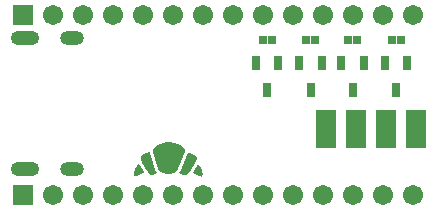
<source format=gbs>
G04*
G04 #@! TF.GenerationSoftware,Altium Limited,Altium Designer,21.0.8 (223)*
G04*
G04 Layer_Color=16711935*
%FSLAX25Y25*%
%MOIN*%
G70*
G04*
G04 #@! TF.SameCoordinates,8808BF78-C309-42CA-8E72-27723A8412DA*
G04*
G04*
G04 #@! TF.FilePolarity,Negative*
G04*
G01*
G75*
%ADD34R,0.02769X0.02572*%
%ADD50C,0.06706*%
%ADD51R,0.06706X0.06706*%
%ADD52O,0.09461X0.04737*%
%ADD53O,0.07887X0.04737*%
%ADD68R,0.06706X0.12611*%
%ADD69R,0.03162X0.04934*%
G36*
X54038Y22557D02*
X54624D01*
Y22508D01*
X54869D01*
Y22459D01*
X55162D01*
Y22410D01*
X55308D01*
Y22361D01*
X55553D01*
Y22312D01*
X55699D01*
Y22263D01*
X55895D01*
Y22215D01*
X56041D01*
Y22166D01*
X56188D01*
Y22117D01*
X56335D01*
Y22068D01*
X56432D01*
Y22019D01*
X56579D01*
Y21970D01*
X56726D01*
Y21921D01*
X56823D01*
Y21872D01*
X56921D01*
Y21824D01*
X57019D01*
Y21775D01*
X57117D01*
Y21726D01*
X57214D01*
Y21677D01*
X57312D01*
Y21628D01*
X57410D01*
Y21579D01*
X57508D01*
Y21530D01*
X57605D01*
Y21481D01*
X57654D01*
Y21432D01*
X57752D01*
Y21384D01*
X57850D01*
Y21335D01*
X57899D01*
Y21286D01*
X57996D01*
Y21237D01*
X58045D01*
Y21188D01*
X58143D01*
Y21139D01*
X58192D01*
Y21090D01*
X58241D01*
Y21042D01*
X58338D01*
Y20993D01*
X58387D01*
Y20944D01*
X58436D01*
Y20895D01*
X58485D01*
Y20846D01*
X58534D01*
Y20797D01*
X58583D01*
Y20748D01*
X58632D01*
Y20699D01*
X58681D01*
Y20651D01*
X58729D01*
Y20602D01*
X58778D01*
Y20553D01*
X58827D01*
Y20504D01*
Y20455D01*
X58876D01*
Y20406D01*
X58925D01*
Y20357D01*
Y20308D01*
X58974D01*
Y20259D01*
Y20211D01*
X59023D01*
Y20162D01*
Y20113D01*
Y20064D01*
X59071D01*
Y20015D01*
Y19966D01*
Y19917D01*
Y19869D01*
Y19820D01*
Y19771D01*
Y19722D01*
Y19673D01*
Y19624D01*
Y19575D01*
Y19526D01*
Y19478D01*
X59023D01*
Y19429D01*
Y19380D01*
Y19331D01*
X58974D01*
Y19282D01*
Y19233D01*
Y19184D01*
Y19136D01*
X58925D01*
Y19087D01*
Y19038D01*
Y18989D01*
X58876D01*
Y18940D01*
Y18891D01*
X58827D01*
Y18842D01*
Y18793D01*
Y18744D01*
X58778D01*
Y18696D01*
Y18647D01*
X58729D01*
Y18598D01*
Y18549D01*
Y18500D01*
X58681D01*
Y18451D01*
Y18402D01*
X58632D01*
Y18353D01*
Y18305D01*
Y18256D01*
X58583D01*
Y18207D01*
Y18158D01*
Y18109D01*
X58534D01*
Y18060D01*
Y18011D01*
X58485D01*
Y17963D01*
Y17914D01*
Y17865D01*
X58436D01*
Y17816D01*
Y17767D01*
X58387D01*
Y17718D01*
Y17669D01*
X58338D01*
Y17620D01*
Y17571D01*
Y17523D01*
X58290D01*
Y17474D01*
Y17425D01*
X58241D01*
Y17376D01*
Y17327D01*
Y17278D01*
X58192D01*
Y17229D01*
Y17180D01*
X58143D01*
Y17132D01*
Y17083D01*
Y17034D01*
X58094D01*
Y16985D01*
Y16936D01*
X58045D01*
Y16887D01*
Y16838D01*
Y16790D01*
X57996D01*
Y16741D01*
Y16692D01*
X57947D01*
Y16643D01*
Y16594D01*
Y16545D01*
X57899D01*
Y16496D01*
Y16447D01*
X57850D01*
Y16399D01*
Y16350D01*
X57801D01*
Y16301D01*
Y16252D01*
Y16203D01*
X57752D01*
Y16154D01*
Y16105D01*
Y16057D01*
X57703D01*
Y16008D01*
Y15959D01*
X57654D01*
Y15910D01*
Y15861D01*
Y15812D01*
X57605D01*
Y15763D01*
Y15714D01*
X57556D01*
Y15665D01*
Y15617D01*
Y15568D01*
X57508D01*
Y15519D01*
Y15470D01*
X57459D01*
Y15421D01*
Y15372D01*
Y15323D01*
X57410D01*
Y15274D01*
Y15226D01*
X57361D01*
Y15177D01*
Y15128D01*
Y15079D01*
X57312D01*
Y15030D01*
Y14981D01*
X57263D01*
Y14932D01*
Y14884D01*
X57214D01*
Y14835D01*
Y14786D01*
Y14737D01*
X57165D01*
Y14688D01*
Y14639D01*
Y14590D01*
X57117D01*
Y14541D01*
Y14492D01*
X57068D01*
Y14444D01*
Y14395D01*
Y14346D01*
X57019D01*
Y14297D01*
Y14248D01*
X56970D01*
Y14199D01*
Y14150D01*
X56921D01*
Y14102D01*
Y14053D01*
X56872D01*
Y14004D01*
Y13955D01*
Y13906D01*
X56823D01*
Y13857D01*
Y13808D01*
X56774D01*
Y13759D01*
Y13711D01*
X56726D01*
Y13662D01*
Y13613D01*
X56677D01*
Y13564D01*
Y13515D01*
X56628D01*
Y13466D01*
X56579D01*
Y13417D01*
Y13368D01*
X56530D01*
Y13320D01*
Y13271D01*
X56481D01*
Y13222D01*
X56432D01*
Y13173D01*
Y13124D01*
X56384D01*
Y13075D01*
X56335D01*
Y13026D01*
X56286D01*
Y12978D01*
X56237D01*
Y12929D01*
X56188D01*
Y12880D01*
X56139D01*
Y12831D01*
X56090D01*
Y12782D01*
X56041D01*
Y12733D01*
X55993D01*
Y12684D01*
X55944D01*
Y12635D01*
X55895D01*
Y12586D01*
X55797D01*
Y12538D01*
X55699D01*
Y12489D01*
X55650D01*
Y12440D01*
X55553D01*
Y12391D01*
X55455D01*
Y12342D01*
X55357D01*
Y12293D01*
X55211D01*
Y12244D01*
X55064D01*
Y12195D01*
X54966D01*
Y12147D01*
X54771D01*
Y12098D01*
X54575D01*
Y12049D01*
X54282D01*
Y12000D01*
X53647D01*
Y11951D01*
X53500D01*
Y12000D01*
X52816D01*
Y12049D01*
X52474D01*
Y12098D01*
X52327D01*
Y12147D01*
X52083D01*
Y12195D01*
X51936D01*
Y12244D01*
X51789D01*
Y12293D01*
X51643D01*
Y12342D01*
X51496D01*
Y12391D01*
X51398D01*
Y12440D01*
X51301D01*
Y12489D01*
X51203D01*
Y12538D01*
X51105D01*
Y12586D01*
X51007D01*
Y12635D01*
X50910D01*
Y12684D01*
X50861D01*
Y12733D01*
X50812D01*
Y12782D01*
X50714D01*
Y12831D01*
X50665D01*
Y12880D01*
X50617D01*
Y12929D01*
X50568D01*
Y12978D01*
X50519D01*
Y13026D01*
Y13075D01*
X50470D01*
Y13124D01*
X50421D01*
Y13173D01*
X50372D01*
Y13222D01*
Y13271D01*
X50323D01*
Y13320D01*
Y13368D01*
X50274D01*
Y13417D01*
Y13466D01*
X50226D01*
Y13515D01*
Y13564D01*
X50177D01*
Y13613D01*
Y13662D01*
X50128D01*
Y13711D01*
Y13759D01*
Y13808D01*
X50079D01*
Y13857D01*
Y13906D01*
X50030D01*
Y13955D01*
Y14004D01*
Y14053D01*
X49981D01*
Y14102D01*
Y14150D01*
Y14199D01*
Y14248D01*
X49932D01*
Y14297D01*
Y14346D01*
Y14395D01*
X49883D01*
Y14444D01*
Y14492D01*
Y14541D01*
X49834D01*
Y14590D01*
Y14639D01*
Y14688D01*
X49786D01*
Y14737D01*
Y14786D01*
Y14835D01*
X49737D01*
Y14884D01*
Y14932D01*
Y14981D01*
X49688D01*
Y15030D01*
Y15079D01*
Y15128D01*
Y15177D01*
X49639D01*
Y15226D01*
Y15274D01*
Y15323D01*
X49590D01*
Y15372D01*
Y15421D01*
Y15470D01*
X49541D01*
Y15519D01*
Y15568D01*
Y15617D01*
Y15665D01*
X49492D01*
Y15714D01*
Y15763D01*
Y15812D01*
X49444D01*
Y15861D01*
Y15910D01*
Y15959D01*
X49395D01*
Y16008D01*
Y16057D01*
Y16105D01*
X49346D01*
Y16154D01*
Y16203D01*
Y16252D01*
X49297D01*
Y16301D01*
Y16350D01*
Y16399D01*
X49248D01*
Y16447D01*
Y16496D01*
Y16545D01*
Y16594D01*
X49199D01*
Y16643D01*
Y16692D01*
Y16741D01*
X49150D01*
Y16790D01*
Y16838D01*
Y16887D01*
X49101D01*
Y16936D01*
Y16985D01*
Y17034D01*
X49053D01*
Y17083D01*
Y17132D01*
Y17180D01*
X49004D01*
Y17229D01*
Y17278D01*
Y17327D01*
X48955D01*
Y17376D01*
Y17425D01*
Y17474D01*
Y17523D01*
X48906D01*
Y17571D01*
Y17620D01*
Y17669D01*
X48857D01*
Y17718D01*
Y17767D01*
Y17816D01*
X48808D01*
Y17865D01*
Y17914D01*
Y17963D01*
X48759D01*
Y18011D01*
Y18060D01*
Y18109D01*
X48710D01*
Y18158D01*
Y18207D01*
Y18256D01*
X48662D01*
Y18305D01*
Y18353D01*
Y18402D01*
Y18451D01*
X48613D01*
Y18500D01*
Y18549D01*
Y18598D01*
X48564D01*
Y18647D01*
Y18696D01*
Y18744D01*
X48515D01*
Y18793D01*
Y18842D01*
Y18891D01*
X48466D01*
Y18940D01*
Y18989D01*
X48417D01*
Y19038D01*
Y19087D01*
Y19136D01*
Y19184D01*
X48368D01*
Y19233D01*
Y19282D01*
Y19331D01*
Y19380D01*
X48320D01*
Y19429D01*
Y19478D01*
Y19526D01*
Y19575D01*
Y19624D01*
Y19673D01*
Y19722D01*
Y19771D01*
Y19820D01*
X48368D01*
Y19869D01*
Y19917D01*
Y19966D01*
Y20015D01*
X48417D01*
Y20064D01*
Y20113D01*
X48466D01*
Y20162D01*
Y20211D01*
X48515D01*
Y20259D01*
X48564D01*
Y20308D01*
Y20357D01*
X48613D01*
Y20406D01*
X48662D01*
Y20455D01*
X48710D01*
Y20504D01*
Y20553D01*
X48759D01*
Y20602D01*
X48808D01*
Y20651D01*
X48857D01*
Y20699D01*
X48906D01*
Y20748D01*
X48955D01*
Y20797D01*
X49053D01*
Y20846D01*
X49101D01*
Y20895D01*
X49150D01*
Y20944D01*
X49199D01*
Y20993D01*
X49248D01*
Y21042D01*
X49346D01*
Y21090D01*
X49395D01*
Y21139D01*
X49444D01*
Y21188D01*
X49541D01*
Y21237D01*
X49590D01*
Y21286D01*
X49688D01*
Y21335D01*
X49737D01*
Y21384D01*
X49834D01*
Y21432D01*
X49883D01*
Y21481D01*
X49981D01*
Y21530D01*
X50079D01*
Y21579D01*
X50128D01*
Y21628D01*
X50226D01*
Y21677D01*
X50323D01*
Y21726D01*
X50421D01*
Y21775D01*
X50519D01*
Y21824D01*
X50617D01*
Y21872D01*
X50714D01*
Y21921D01*
X50812D01*
Y21970D01*
X50959D01*
Y22019D01*
X51056D01*
Y22068D01*
X51154D01*
Y22117D01*
X51301D01*
Y22166D01*
X51447D01*
Y22215D01*
X51594D01*
Y22263D01*
X51741D01*
Y22312D01*
X51887D01*
Y22361D01*
X52132D01*
Y22410D01*
X52278D01*
Y22459D01*
X52571D01*
Y22508D01*
X52767D01*
Y22557D01*
X53353D01*
Y22605D01*
X54038D01*
Y22557D01*
D02*
G37*
G36*
X47293Y19331D02*
Y19282D01*
Y19233D01*
X47342D01*
Y19184D01*
Y19136D01*
Y19087D01*
Y19038D01*
X47391D01*
Y18989D01*
Y18940D01*
Y18891D01*
Y18842D01*
X47440D01*
Y18793D01*
Y18744D01*
Y18696D01*
X47489D01*
Y18647D01*
Y18598D01*
Y18549D01*
X47537D01*
Y18500D01*
Y18451D01*
Y18402D01*
X47586D01*
Y18353D01*
Y18305D01*
Y18256D01*
X47635D01*
Y18207D01*
Y18158D01*
Y18109D01*
X47684D01*
Y18060D01*
Y18011D01*
Y17963D01*
X47733D01*
Y17914D01*
Y17865D01*
Y17816D01*
Y17767D01*
X47782D01*
Y17718D01*
Y17669D01*
Y17620D01*
X47831D01*
Y17571D01*
Y17523D01*
Y17474D01*
X47880D01*
Y17425D01*
Y17376D01*
Y17327D01*
X47929D01*
Y17278D01*
Y17229D01*
Y17180D01*
X47977D01*
Y17132D01*
Y17083D01*
Y17034D01*
Y16985D01*
X48026D01*
Y16936D01*
Y16887D01*
X48075D01*
Y16838D01*
Y16790D01*
Y16741D01*
Y16692D01*
X48124D01*
Y16643D01*
Y16594D01*
Y16545D01*
X48173D01*
Y16496D01*
Y16447D01*
Y16399D01*
X48222D01*
Y16350D01*
Y16301D01*
Y16252D01*
Y16203D01*
X48271D01*
Y16154D01*
Y16105D01*
X48320D01*
Y16057D01*
Y16008D01*
Y15959D01*
Y15910D01*
X48368D01*
Y15861D01*
Y15812D01*
Y15763D01*
X48417D01*
Y15714D01*
Y15665D01*
Y15617D01*
X48466D01*
Y15568D01*
Y15519D01*
Y15470D01*
Y15421D01*
X48515D01*
Y15372D01*
Y15323D01*
X48564D01*
Y15274D01*
Y15226D01*
Y15177D01*
Y15128D01*
X48613D01*
Y15079D01*
Y15030D01*
X48662D01*
Y14981D01*
Y14932D01*
Y14884D01*
Y14835D01*
X48710D01*
Y14786D01*
Y14737D01*
Y14688D01*
X48759D01*
Y14639D01*
Y14590D01*
Y14541D01*
X48808D01*
Y14492D01*
Y14444D01*
Y14395D01*
Y14346D01*
X48857D01*
Y14297D01*
Y14248D01*
X48906D01*
Y14199D01*
Y14150D01*
Y14102D01*
Y14053D01*
X48955D01*
Y14004D01*
Y13955D01*
Y13906D01*
X49004D01*
Y13857D01*
Y13808D01*
Y13759D01*
X49053D01*
Y13711D01*
Y13662D01*
Y13613D01*
X49101D01*
Y13564D01*
Y13515D01*
Y13466D01*
X49150D01*
Y13417D01*
Y13368D01*
Y13320D01*
X49199D01*
Y13271D01*
Y13222D01*
X49248D01*
Y13173D01*
Y13124D01*
X49297D01*
Y13075D01*
Y13026D01*
X49346D01*
Y12978D01*
Y12929D01*
X49395D01*
Y12880D01*
Y12831D01*
X49444D01*
Y12782D01*
Y12733D01*
X49492D01*
Y12684D01*
Y12635D01*
X49541D01*
Y12586D01*
X49590D01*
Y12538D01*
X49639D01*
Y12489D01*
Y12440D01*
X49688D01*
Y12391D01*
X49737D01*
Y12342D01*
X49786D01*
Y12293D01*
X49834D01*
Y12244D01*
X49737D01*
Y12195D01*
X49639D01*
Y12147D01*
X49492D01*
Y12098D01*
X49395D01*
Y12049D01*
X49297D01*
Y12000D01*
X49150D01*
Y11951D01*
X49053D01*
Y11902D01*
X48906D01*
Y11853D01*
X48808D01*
Y11805D01*
X48662D01*
Y11756D01*
X48515D01*
Y11707D01*
X48320D01*
Y11658D01*
X47684D01*
Y11707D01*
X47586D01*
Y11756D01*
X47489D01*
Y11805D01*
X47440D01*
Y11853D01*
X47391D01*
Y11902D01*
X47293D01*
Y11951D01*
X47244D01*
Y12000D01*
X47195D01*
Y12049D01*
X47146D01*
Y12098D01*
X47098D01*
Y12147D01*
Y12195D01*
X47049D01*
Y12244D01*
X47000D01*
Y12293D01*
X46951D01*
Y12342D01*
X46902D01*
Y12391D01*
Y12440D01*
X46853D01*
Y12489D01*
X46804D01*
Y12538D01*
X46755D01*
Y12586D01*
Y12635D01*
X46707D01*
Y12684D01*
X46658D01*
Y12733D01*
Y12782D01*
X46609D01*
Y12831D01*
X46560D01*
Y12880D01*
Y12929D01*
X46511D01*
Y12978D01*
X46462D01*
Y13026D01*
Y13075D01*
X46413D01*
Y13124D01*
X46365D01*
Y13173D01*
Y13222D01*
X46316D01*
Y13271D01*
X46267D01*
Y13320D01*
Y13368D01*
X46218D01*
Y13417D01*
X46169D01*
Y13466D01*
Y13515D01*
X46120D01*
Y13564D01*
X46071D01*
Y13613D01*
Y13662D01*
X46022D01*
Y13711D01*
Y13759D01*
X45974D01*
Y13808D01*
X45925D01*
Y13857D01*
Y13906D01*
X45876D01*
Y13955D01*
X45827D01*
Y14004D01*
Y14053D01*
X45778D01*
Y14102D01*
Y14150D01*
X45729D01*
Y14199D01*
X45680D01*
Y14248D01*
Y14297D01*
X45631D01*
Y14346D01*
Y14395D01*
X45583D01*
Y14444D01*
X45534D01*
Y14492D01*
Y14541D01*
X45485D01*
Y14590D01*
X45436D01*
Y14639D01*
Y14688D01*
X45387D01*
Y14737D01*
Y14786D01*
X45338D01*
Y14835D01*
X45289D01*
Y14884D01*
Y14932D01*
X45241D01*
Y14981D01*
Y15030D01*
X45192D01*
Y15079D01*
X45143D01*
Y15128D01*
Y15177D01*
X45094D01*
Y15226D01*
Y15274D01*
X45045D01*
Y15323D01*
X44996D01*
Y15372D01*
Y15421D01*
X44947D01*
Y15470D01*
X44898D01*
Y15519D01*
Y15568D01*
X44850D01*
Y15617D01*
Y15665D01*
X44801D01*
Y15714D01*
Y15763D01*
X44752D01*
Y15812D01*
Y15861D01*
X44703D01*
Y15910D01*
Y15959D01*
X44654D01*
Y16008D01*
Y16057D01*
Y16105D01*
X44605D01*
Y16154D01*
Y16203D01*
X44556D01*
Y16252D01*
Y16301D01*
X44507D01*
Y16350D01*
Y16399D01*
Y16447D01*
X44458D01*
Y16496D01*
Y16545D01*
Y16594D01*
X44410D01*
Y16643D01*
Y16692D01*
X44361D01*
Y16741D01*
Y16790D01*
Y16838D01*
Y16887D01*
X44312D01*
Y16936D01*
Y16985D01*
Y17034D01*
Y17083D01*
Y17132D01*
Y17180D01*
Y17229D01*
Y17278D01*
Y17327D01*
Y17376D01*
Y17425D01*
Y17474D01*
Y17523D01*
Y17571D01*
X44361D01*
Y17620D01*
Y17669D01*
X44410D01*
Y17718D01*
Y17767D01*
X44458D01*
Y17816D01*
Y17865D01*
X44507D01*
Y17914D01*
X44556D01*
Y17963D01*
X44605D01*
Y18011D01*
X44654D01*
Y18060D01*
X44703D01*
Y18109D01*
X44752D01*
Y18158D01*
X44801D01*
Y18207D01*
X44898D01*
Y18256D01*
X44947D01*
Y18305D01*
X44996D01*
Y18353D01*
X45094D01*
Y18402D01*
X45192D01*
Y18451D01*
X45241D01*
Y18500D01*
X45338D01*
Y18549D01*
X45436D01*
Y18598D01*
X45534D01*
Y18647D01*
X45631D01*
Y18696D01*
X45680D01*
Y18744D01*
X45827D01*
Y18793D01*
X45925D01*
Y18842D01*
X46022D01*
Y18891D01*
X46120D01*
Y18940D01*
X46218D01*
Y18989D01*
X46365D01*
Y19038D01*
X46462D01*
Y19087D01*
X46609D01*
Y19136D01*
X46707D01*
Y19184D01*
X46853D01*
Y19233D01*
X46951D01*
Y19282D01*
X47098D01*
Y19331D01*
X47244D01*
Y19380D01*
X47293D01*
Y19331D01*
D02*
G37*
G36*
X60196Y19136D02*
X60293D01*
Y19087D01*
X60440D01*
Y19038D01*
X60538D01*
Y18989D01*
X60636D01*
Y18940D01*
X60782D01*
Y18891D01*
X60880D01*
Y18842D01*
X61026D01*
Y18793D01*
X61075D01*
Y18744D01*
X61222D01*
Y18696D01*
X61320D01*
Y18647D01*
X61417D01*
Y18598D01*
X61515D01*
Y18549D01*
X61613D01*
Y18500D01*
X61760D01*
Y18451D01*
X61808D01*
Y18402D01*
X61906D01*
Y18353D01*
X62004D01*
Y18305D01*
X62102D01*
Y18256D01*
X62199D01*
Y18207D01*
X62248D01*
Y18158D01*
X62346D01*
Y18109D01*
X62444D01*
Y18060D01*
X62493D01*
Y18011D01*
X62590D01*
Y17963D01*
X62639D01*
Y17914D01*
X62737D01*
Y17865D01*
X62786D01*
Y17816D01*
X62835D01*
Y17767D01*
X62884D01*
Y17718D01*
X62932D01*
Y17669D01*
X62981D01*
Y17620D01*
X63030D01*
Y17571D01*
Y17523D01*
X63079D01*
Y17474D01*
Y17425D01*
X63128D01*
Y17376D01*
Y17327D01*
Y17278D01*
Y17229D01*
Y17180D01*
Y17132D01*
Y17083D01*
Y17034D01*
X63079D01*
Y16985D01*
Y16936D01*
X63030D01*
Y16887D01*
Y16838D01*
Y16790D01*
X62981D01*
Y16741D01*
Y16692D01*
X62932D01*
Y16643D01*
Y16594D01*
X62884D01*
Y16545D01*
Y16496D01*
X62835D01*
Y16447D01*
Y16399D01*
X62786D01*
Y16350D01*
Y16301D01*
X62737D01*
Y16252D01*
X62688D01*
Y16203D01*
Y16154D01*
X62639D01*
Y16105D01*
Y16057D01*
X62590D01*
Y16008D01*
Y15959D01*
X62542D01*
Y15910D01*
Y15861D01*
X62493D01*
Y15812D01*
X62444D01*
Y15763D01*
Y15714D01*
X62395D01*
Y15665D01*
Y15617D01*
X62346D01*
Y15568D01*
Y15519D01*
X62297D01*
Y15470D01*
Y15421D01*
X62248D01*
Y15372D01*
Y15323D01*
X62199D01*
Y15274D01*
Y15226D01*
X62151D01*
Y15177D01*
X62102D01*
Y15128D01*
Y15079D01*
X62053D01*
Y15030D01*
Y14981D01*
X62004D01*
Y14932D01*
Y14884D01*
X61955D01*
Y14835D01*
Y14786D01*
X61906D01*
Y14737D01*
X61857D01*
Y14688D01*
Y14639D01*
X61808D01*
Y14590D01*
Y14541D01*
X61760D01*
Y14492D01*
Y14444D01*
X61711D01*
Y14395D01*
Y14346D01*
X61662D01*
Y14297D01*
X61613D01*
Y14248D01*
Y14199D01*
X61564D01*
Y14150D01*
Y14102D01*
X61515D01*
Y14053D01*
Y14004D01*
X61466D01*
Y13955D01*
Y13906D01*
X61417D01*
Y13857D01*
Y13808D01*
X61369D01*
Y13759D01*
Y13711D01*
X61320D01*
Y13662D01*
X61271D01*
Y13613D01*
Y13564D01*
X61222D01*
Y13515D01*
Y13466D01*
X61173D01*
Y13417D01*
Y13368D01*
X61124D01*
Y13320D01*
Y13271D01*
X61075D01*
Y13222D01*
X61026D01*
Y13173D01*
Y13124D01*
X60978D01*
Y13075D01*
Y13026D01*
X60929D01*
Y12978D01*
Y12929D01*
X60880D01*
Y12880D01*
Y12831D01*
X60831D01*
Y12782D01*
X60782D01*
Y12733D01*
X60733D01*
Y12684D01*
Y12635D01*
X60684D01*
Y12586D01*
X60636D01*
Y12538D01*
X60587D01*
Y12489D01*
X60538D01*
Y12440D01*
Y12391D01*
X60489D01*
Y12342D01*
X60440D01*
Y12293D01*
X60391D01*
Y12244D01*
X60342D01*
Y12195D01*
X60293D01*
Y12147D01*
X60245D01*
Y12098D01*
X60196D01*
Y12049D01*
X60147D01*
Y12000D01*
X60098D01*
Y11951D01*
X60049D01*
Y11902D01*
X60000D01*
Y11853D01*
X59902D01*
Y11805D01*
X59854D01*
Y11756D01*
X59756D01*
Y11707D01*
X59658D01*
Y11658D01*
X59511D01*
Y11609D01*
X58827D01*
Y11658D01*
X58583D01*
Y11707D01*
X58387D01*
Y11756D01*
X58241D01*
Y11805D01*
X58045D01*
Y11853D01*
X57947D01*
Y11902D01*
X57801D01*
Y11951D01*
X57654D01*
Y12000D01*
X57556D01*
Y12049D01*
X57410D01*
Y12098D01*
X57312D01*
Y12147D01*
X57165D01*
Y12195D01*
X57068D01*
Y12244D01*
X57019D01*
Y12293D01*
X57068D01*
Y12342D01*
X57117D01*
Y12391D01*
Y12440D01*
X57165D01*
Y12489D01*
X57214D01*
Y12538D01*
X57263D01*
Y12586D01*
X57312D01*
Y12635D01*
Y12684D01*
X57361D01*
Y12733D01*
X57410D01*
Y12782D01*
Y12831D01*
X57459D01*
Y12880D01*
X57508D01*
Y12929D01*
Y12978D01*
X57556D01*
Y13026D01*
Y13075D01*
X57605D01*
Y13124D01*
Y13173D01*
X57654D01*
Y13222D01*
Y13271D01*
X57703D01*
Y13320D01*
Y13368D01*
X57752D01*
Y13417D01*
Y13466D01*
X57801D01*
Y13515D01*
Y13564D01*
X57850D01*
Y13613D01*
Y13662D01*
X57899D01*
Y13711D01*
Y13759D01*
Y13808D01*
X57947D01*
Y13857D01*
Y13906D01*
X57996D01*
Y13955D01*
Y14004D01*
X58045D01*
Y14053D01*
Y14102D01*
Y14150D01*
X58094D01*
Y14199D01*
Y14248D01*
X58143D01*
Y14297D01*
Y14346D01*
Y14395D01*
X58192D01*
Y14444D01*
Y14492D01*
X58241D01*
Y14541D01*
Y14590D01*
Y14639D01*
X58290D01*
Y14688D01*
Y14737D01*
X58338D01*
Y14786D01*
Y14835D01*
Y14884D01*
X58387D01*
Y14932D01*
Y14981D01*
X58436D01*
Y15030D01*
Y15079D01*
Y15128D01*
X58485D01*
Y15177D01*
Y15226D01*
X58534D01*
Y15274D01*
Y15323D01*
Y15372D01*
X58583D01*
Y15421D01*
Y15470D01*
X58632D01*
Y15519D01*
Y15568D01*
Y15617D01*
X58681D01*
Y15665D01*
Y15714D01*
X58729D01*
Y15763D01*
Y15812D01*
Y15861D01*
X58778D01*
Y15910D01*
Y15959D01*
X58827D01*
Y16008D01*
Y16057D01*
Y16105D01*
X58876D01*
Y16154D01*
Y16203D01*
X58925D01*
Y16252D01*
Y16301D01*
Y16350D01*
X58974D01*
Y16399D01*
Y16447D01*
X59023D01*
Y16496D01*
Y16545D01*
X59071D01*
Y16594D01*
Y16643D01*
Y16692D01*
X59120D01*
Y16741D01*
Y16790D01*
Y16838D01*
X59169D01*
Y16887D01*
Y16936D01*
X59218D01*
Y16985D01*
Y17034D01*
X59267D01*
Y17083D01*
Y17132D01*
Y17180D01*
X59316D01*
Y17229D01*
Y17278D01*
X59365D01*
Y17327D01*
Y17376D01*
Y17425D01*
X59414D01*
Y17474D01*
Y17523D01*
X59462D01*
Y17571D01*
Y17620D01*
Y17669D01*
X59511D01*
Y17718D01*
Y17767D01*
X59560D01*
Y17816D01*
Y17865D01*
Y17914D01*
X59609D01*
Y17963D01*
Y18011D01*
X59658D01*
Y18060D01*
Y18109D01*
Y18158D01*
X59707D01*
Y18207D01*
Y18256D01*
X59756D01*
Y18305D01*
Y18353D01*
Y18402D01*
X59805D01*
Y18451D01*
Y18500D01*
X59854D01*
Y18549D01*
Y18598D01*
Y18647D01*
X59902D01*
Y18696D01*
Y18744D01*
Y18793D01*
X59951D01*
Y18842D01*
Y18891D01*
Y18940D01*
X60000D01*
Y18989D01*
Y19038D01*
Y19087D01*
X60049D01*
Y19136D01*
Y19184D01*
X60196D01*
Y19136D01*
D02*
G37*
G36*
X43823Y15372D02*
Y15323D01*
X43872D01*
Y15274D01*
Y15226D01*
X43921D01*
Y15177D01*
Y15128D01*
X43970D01*
Y15079D01*
Y15030D01*
X44019D01*
Y14981D01*
Y14932D01*
X44067D01*
Y14884D01*
X44116D01*
Y14835D01*
Y14786D01*
X44165D01*
Y14737D01*
X44214D01*
Y14688D01*
Y14639D01*
X44263D01*
Y14590D01*
Y14541D01*
X44312D01*
Y14492D01*
X44361D01*
Y14444D01*
Y14395D01*
X44410D01*
Y14346D01*
Y14297D01*
X44458D01*
Y14248D01*
X44507D01*
Y14199D01*
Y14150D01*
X44556D01*
Y14102D01*
Y14053D01*
X44605D01*
Y14004D01*
X44654D01*
Y13955D01*
Y13906D01*
X44703D01*
Y13857D01*
Y13808D01*
X44752D01*
Y13759D01*
X44801D01*
Y13711D01*
Y13662D01*
X44850D01*
Y13613D01*
X44898D01*
Y13564D01*
Y13515D01*
X44947D01*
Y13466D01*
Y13417D01*
X44996D01*
Y13368D01*
X45045D01*
Y13320D01*
Y13271D01*
X45094D01*
Y13222D01*
X45143D01*
Y13173D01*
Y13124D01*
X45192D01*
Y13075D01*
Y13026D01*
X45241D01*
Y12978D01*
X45289D01*
Y12929D01*
Y12880D01*
X45338D01*
Y12831D01*
X45387D01*
Y12782D01*
Y12733D01*
X45436D01*
Y12684D01*
X45485D01*
Y12635D01*
Y12586D01*
X45534D01*
Y12538D01*
X45583D01*
Y12489D01*
Y12440D01*
X45534D01*
Y12391D01*
X45387D01*
Y12342D01*
X45289D01*
Y12293D01*
X45143D01*
Y12244D01*
X45045D01*
Y12195D01*
X44947D01*
Y12147D01*
X44801D01*
Y12098D01*
X44703D01*
Y12049D01*
X44556D01*
Y12000D01*
X44458D01*
Y11951D01*
X44312D01*
Y11902D01*
X44214D01*
Y11853D01*
X44116D01*
Y11805D01*
X43970D01*
Y11756D01*
X43872D01*
Y11707D01*
X43774D01*
Y11658D01*
X43628D01*
Y11609D01*
X43530D01*
Y11560D01*
X43383D01*
Y11511D01*
X43286D01*
Y11462D01*
X43139D01*
Y11413D01*
X43041D01*
Y11365D01*
X42895D01*
Y11316D01*
X42748D01*
Y11267D01*
X42601D01*
Y11218D01*
X42259D01*
Y11267D01*
Y11316D01*
Y11365D01*
X42210D01*
Y11413D01*
Y11462D01*
Y11511D01*
Y11560D01*
Y11609D01*
Y11658D01*
Y11707D01*
Y11756D01*
X42162D01*
Y11805D01*
Y11853D01*
Y11902D01*
Y11951D01*
Y12000D01*
Y12049D01*
Y12098D01*
Y12147D01*
Y12195D01*
Y12244D01*
X42210D01*
Y12293D01*
Y12342D01*
Y12391D01*
Y12440D01*
Y12489D01*
Y12538D01*
Y12586D01*
Y12635D01*
Y12684D01*
X42259D01*
Y12733D01*
Y12782D01*
Y12831D01*
Y12880D01*
Y12929D01*
X42308D01*
Y12978D01*
Y13026D01*
Y13075D01*
Y13124D01*
X42357D01*
Y13173D01*
Y13222D01*
Y13271D01*
Y13320D01*
X42406D01*
Y13368D01*
Y13417D01*
Y13466D01*
X42455D01*
Y13515D01*
Y13564D01*
Y13613D01*
X42504D01*
Y13662D01*
Y13711D01*
X42552D01*
Y13759D01*
Y13808D01*
Y13857D01*
X42601D01*
Y13906D01*
Y13955D01*
X42650D01*
Y14004D01*
Y14053D01*
X42699D01*
Y14102D01*
Y14150D01*
X42748D01*
Y14199D01*
X42797D01*
Y14248D01*
Y14297D01*
X42846D01*
Y14346D01*
Y14395D01*
X42895D01*
Y14444D01*
X42943D01*
Y14492D01*
Y14541D01*
X42992D01*
Y14590D01*
X43041D01*
Y14639D01*
Y14688D01*
X43090D01*
Y14737D01*
X43139D01*
Y14786D01*
X43188D01*
Y14835D01*
X43237D01*
Y14884D01*
Y14932D01*
X43286D01*
Y14981D01*
X43334D01*
Y15030D01*
X43383D01*
Y15079D01*
X43432D01*
Y15128D01*
X43481D01*
Y15177D01*
X43530D01*
Y15226D01*
X43579D01*
Y15274D01*
X43628D01*
Y15323D01*
X43725D01*
Y15372D01*
X43774D01*
Y15421D01*
X43823D01*
Y15372D01*
D02*
G37*
G36*
X63421Y15274D02*
X63470D01*
Y15226D01*
X63568D01*
Y15177D01*
Y15128D01*
X63666D01*
Y15079D01*
X63714D01*
Y15030D01*
X63763D01*
Y14981D01*
X63812D01*
Y14932D01*
Y14884D01*
X63861D01*
Y14835D01*
X63910D01*
Y14786D01*
X63959D01*
Y14737D01*
X64008D01*
Y14688D01*
X64057D01*
Y14639D01*
Y14590D01*
X64105D01*
Y14541D01*
X64154D01*
Y14492D01*
X64203D01*
Y14444D01*
Y14395D01*
X64252D01*
Y14346D01*
X64301D01*
Y14297D01*
Y14248D01*
X64350D01*
Y14199D01*
Y14150D01*
X64399D01*
Y14102D01*
Y14053D01*
X64448D01*
Y14004D01*
Y13955D01*
X64496D01*
Y13906D01*
Y13857D01*
X64545D01*
Y13808D01*
Y13759D01*
X64594D01*
Y13711D01*
Y13662D01*
X64643D01*
Y13613D01*
Y13564D01*
Y13515D01*
X64692D01*
Y13466D01*
Y13417D01*
Y13368D01*
X64741D01*
Y13320D01*
Y13271D01*
Y13222D01*
X64790D01*
Y13173D01*
Y13124D01*
Y13075D01*
Y13026D01*
Y12978D01*
X64839D01*
Y12929D01*
Y12880D01*
Y12831D01*
Y12782D01*
X64887D01*
Y12733D01*
Y12684D01*
Y12635D01*
Y12586D01*
Y12538D01*
Y12489D01*
Y12440D01*
Y12391D01*
Y12342D01*
X64936D01*
Y12293D01*
Y12244D01*
Y12195D01*
Y12147D01*
Y12098D01*
Y12049D01*
Y12000D01*
Y11951D01*
Y11902D01*
Y11853D01*
Y11805D01*
Y11756D01*
Y11707D01*
Y11658D01*
X64887D01*
Y11609D01*
Y11560D01*
Y11511D01*
Y11462D01*
Y11413D01*
Y11365D01*
Y11316D01*
X64839D01*
Y11267D01*
Y11218D01*
Y11169D01*
X64790D01*
Y11120D01*
Y11071D01*
X64643D01*
Y11120D01*
X64448D01*
Y11169D01*
X64301D01*
Y11218D01*
X64154D01*
Y11267D01*
X64008D01*
Y11316D01*
X63910D01*
Y11365D01*
X63763D01*
Y11413D01*
X63666D01*
Y11462D01*
X63519D01*
Y11511D01*
X63421D01*
Y11560D01*
X63323D01*
Y11609D01*
X63177D01*
Y11658D01*
X63079D01*
Y11707D01*
X62981D01*
Y11756D01*
X62835D01*
Y11805D01*
X62737D01*
Y11853D01*
X62639D01*
Y11902D01*
X62493D01*
Y11951D01*
X62395D01*
Y12000D01*
X62248D01*
Y12049D01*
X62151D01*
Y12098D01*
X62053D01*
Y12147D01*
X61906D01*
Y12195D01*
X61808D01*
Y12244D01*
X61711D01*
Y12293D01*
X61760D01*
Y12342D01*
Y12391D01*
X61808D01*
Y12440D01*
Y12489D01*
X61857D01*
Y12538D01*
Y12586D01*
X61906D01*
Y12635D01*
X61955D01*
Y12684D01*
Y12733D01*
X62004D01*
Y12782D01*
Y12831D01*
X62053D01*
Y12880D01*
Y12929D01*
X62102D01*
Y12978D01*
Y13026D01*
X62151D01*
Y13075D01*
X62199D01*
Y13124D01*
Y13173D01*
X62248D01*
Y13222D01*
Y13271D01*
X62297D01*
Y13320D01*
Y13368D01*
X62346D01*
Y13417D01*
Y13466D01*
X62395D01*
Y13515D01*
Y13564D01*
X62444D01*
Y13613D01*
X62493D01*
Y13662D01*
Y13711D01*
X62542D01*
Y13759D01*
Y13808D01*
X62590D01*
Y13857D01*
Y13906D01*
X62639D01*
Y13955D01*
Y14004D01*
X62688D01*
Y14053D01*
Y14102D01*
X62737D01*
Y14150D01*
X62786D01*
Y14199D01*
Y14248D01*
X62835D01*
Y14297D01*
Y14346D01*
X62884D01*
Y14395D01*
Y14444D01*
X62932D01*
Y14492D01*
Y14541D01*
X62981D01*
Y14590D01*
X63030D01*
Y14639D01*
Y14688D01*
X63079D01*
Y14737D01*
Y14786D01*
X63128D01*
Y14835D01*
Y14884D01*
X63177D01*
Y14932D01*
Y14981D01*
X63226D01*
Y15030D01*
Y15079D01*
X63275D01*
Y15128D01*
X63323D01*
Y15177D01*
Y15226D01*
X63372D01*
Y15274D01*
Y15323D01*
X63421D01*
Y15274D01*
D02*
G37*
D34*
X130976Y56500D02*
D03*
X128024D02*
D03*
X87976D02*
D03*
X85024D02*
D03*
X102476D02*
D03*
X99524D02*
D03*
X116476D02*
D03*
X113524D02*
D03*
D50*
X135000Y5000D02*
D03*
X125000D02*
D03*
X115000D02*
D03*
X105000D02*
D03*
X95000D02*
D03*
X85000D02*
D03*
X75000D02*
D03*
X65000D02*
D03*
X55000D02*
D03*
X45000D02*
D03*
X35000D02*
D03*
X25000D02*
D03*
X15000D02*
D03*
X135000Y65000D02*
D03*
X125000D02*
D03*
X115000D02*
D03*
X105000D02*
D03*
X95000D02*
D03*
X85000D02*
D03*
X75000D02*
D03*
X65000D02*
D03*
X55000D02*
D03*
X45000D02*
D03*
X35000D02*
D03*
X25000D02*
D03*
X15000D02*
D03*
D51*
X5000Y5000D02*
D03*
Y65000D02*
D03*
D52*
X5626Y13484D02*
D03*
Y57382D02*
D03*
D53*
X21374Y13484D02*
D03*
Y57382D02*
D03*
D68*
X106000Y27000D02*
D03*
X136000D02*
D03*
X126000D02*
D03*
X116000D02*
D03*
D69*
X97260Y49126D02*
D03*
X104740D02*
D03*
X101000Y39874D02*
D03*
X111260Y49126D02*
D03*
X118740D02*
D03*
X115000Y39874D02*
D03*
X82760Y49126D02*
D03*
X90240D02*
D03*
X86500Y39874D02*
D03*
X125760Y49126D02*
D03*
X133240D02*
D03*
X129500Y39874D02*
D03*
M02*

</source>
